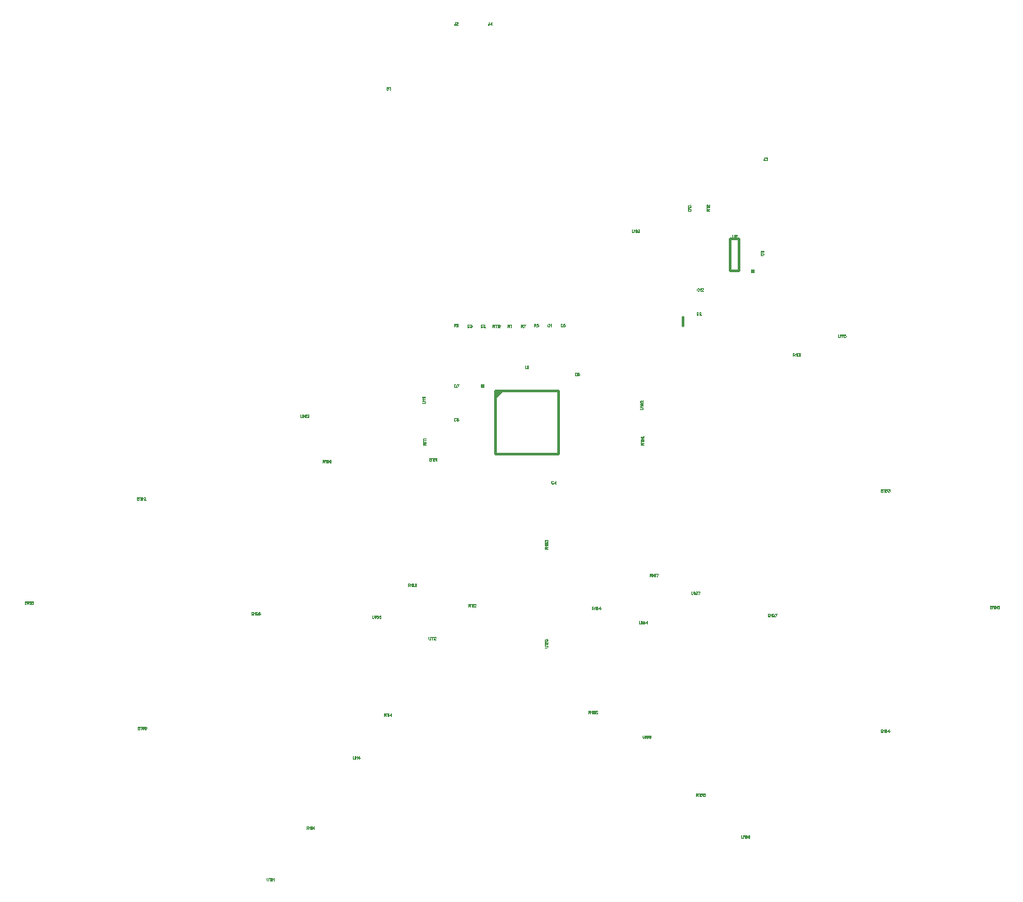
<source format=gbr>
%TF.GenerationSoftware,Novarm,DipTrace,3.0.0.2*%
%TF.CreationDate,2017-12-11T17:20:40+01:00*%
%FSLAX35Y35*%
%MOMM*%
%TF.FileFunction,Legend,Top*%
%TF.Part,Single*%
%ADD10C,0.25*%
%ADD37O,0.401X0.399*%
%ADD40O,0.39103X0.39118*%
%ADD77C,0.03922*%
G75*
G01*
%LPD*%
X7791683Y6850966D2*
D10*
Y6930966D1*
X6008303Y6226636D2*
X6608503D1*
Y5626636D1*
X6008303D1*
Y6226636D1*
G36*
D2*
Y6146636D1*
X6088403Y6226636D1*
X6008303D1*
G37*
D37*
X5888353Y6271686D3*
D40*
X8462618Y7361865D3*
X8325292Y7375231D2*
D10*
Y7675226D1*
X8245306Y7375231D2*
Y7675226D1*
X8325292D2*
X8245306D1*
X8325292Y7375231D2*
X8245306D1*
X4973725Y9120486D2*
D77*
Y9094964D1*
X4984675D1*
X4988325Y9096200D1*
X4989532Y9097407D1*
X4990739Y9099822D1*
Y9103472D1*
X4989532Y9105914D1*
X4988325Y9107122D1*
X4984675Y9108329D1*
X4988325Y9109564D1*
X4989532Y9110772D1*
X4990739Y9113186D1*
Y9115629D1*
X4989532Y9118044D1*
X4988325Y9119279D1*
X4984675Y9120486D1*
X4973725D1*
Y9108329D2*
X4984675D1*
X4998583Y9115601D2*
X5001025Y9116836D1*
X5004675Y9120458D1*
Y9094964D1*
X5381971Y5588445D2*
Y5562923D1*
X5392921D1*
X5396571Y5564158D1*
X5397779Y5565365D1*
X5398986Y5567780D1*
Y5571430D1*
X5397779Y5573873D1*
X5396571Y5575080D1*
X5392921Y5576287D1*
X5396571Y5577523D1*
X5397779Y5578730D1*
X5398986Y5581145D1*
Y5583587D1*
X5397779Y5586002D1*
X5396571Y5587237D1*
X5392921Y5588445D1*
X5381971D1*
Y5576287D2*
X5392921D1*
X5406829Y5583559D2*
X5409272Y5584795D1*
X5412922Y5588416D1*
Y5562923D1*
X5428065Y5588416D2*
X5424415Y5587209D1*
X5421972Y5583559D1*
X5420765Y5577495D1*
Y5573845D1*
X5421972Y5567780D1*
X5424415Y5564130D1*
X5428065Y5562923D1*
X5430480D1*
X5434130Y5564130D1*
X5436544Y5567780D1*
X5437780Y5573845D1*
Y5577495D1*
X5436544Y5583559D1*
X5434130Y5587209D1*
X5430480Y5588416D1*
X5428065D1*
X5436544Y5583559D2*
X5421972Y5567780D1*
X5445623Y5583559D2*
X5448065Y5584795D1*
X5451715Y5588416D1*
Y5562923D1*
X2595667Y5216220D2*
Y5190698D1*
X2606617D1*
X2610267Y5191933D1*
X2611474Y5193140D1*
X2612682Y5195555D1*
Y5199205D1*
X2611474Y5201648D1*
X2610267Y5202855D1*
X2606617Y5204062D1*
X2610267Y5205298D1*
X2611474Y5206505D1*
X2612682Y5208920D1*
Y5211362D1*
X2611474Y5213777D1*
X2610267Y5215012D1*
X2606617Y5216220D1*
X2595667D1*
Y5204062D2*
X2606617D1*
X2620525Y5211334D2*
X2622967Y5212570D1*
X2626617Y5216191D1*
Y5190698D1*
X2641761Y5216191D2*
X2638111Y5214984D1*
X2635668Y5211334D1*
X2634461Y5205270D1*
Y5201620D1*
X2635668Y5195555D1*
X2638111Y5191905D1*
X2641761Y5190698D1*
X2644175D1*
X2647825Y5191905D1*
X2650240Y5195555D1*
X2651475Y5201620D1*
Y5205270D1*
X2650240Y5211334D1*
X2647825Y5214984D1*
X2644175Y5216191D1*
X2641761D1*
X2650240Y5211334D2*
X2635668Y5195555D1*
X2660554Y5210127D2*
Y5211334D1*
X2661761Y5213777D1*
X2662968Y5214984D1*
X2665411Y5216191D1*
X2670268D1*
X2672683Y5214984D1*
X2673890Y5213777D1*
X2675126Y5211334D1*
Y5208920D1*
X2673890Y5206477D1*
X2671476Y5202855D1*
X2659318Y5190698D1*
X2676333D1*
X9683167Y5292220D2*
Y5266698D1*
X9694117D1*
X9697767Y5267933D1*
X9698974Y5269140D1*
X9700182Y5271555D1*
Y5275205D1*
X9698974Y5277648D1*
X9697767Y5278855D1*
X9694117Y5280062D1*
X9697767Y5281298D1*
X9698974Y5282505D1*
X9700182Y5284920D1*
Y5287362D1*
X9698974Y5289777D1*
X9697767Y5291012D1*
X9694117Y5292220D1*
X9683167D1*
Y5280062D2*
X9694117D1*
X9708025Y5287334D2*
X9710467Y5288570D1*
X9714117Y5292191D1*
Y5266698D1*
X9729261Y5292191D2*
X9725611Y5290984D1*
X9723168Y5287334D1*
X9721961Y5281270D1*
Y5277620D1*
X9723168Y5271555D1*
X9725611Y5267905D1*
X9729261Y5266698D1*
X9731675D1*
X9735325Y5267905D1*
X9737740Y5271555D1*
X9738975Y5277620D1*
Y5281270D1*
X9737740Y5287334D1*
X9735325Y5290984D1*
X9731675Y5292191D1*
X9729261D1*
X9737740Y5287334D2*
X9723168Y5271555D1*
X9749261Y5292191D2*
X9762598D1*
X9755326Y5282477D1*
X9758976D1*
X9761390Y5281270D1*
X9762598Y5280062D1*
X9763833Y5276412D1*
Y5273998D1*
X9762598Y5270348D1*
X9760183Y5267905D1*
X9756533Y5266698D1*
X9752883D1*
X9749261Y5267905D1*
X9748054Y5269140D1*
X9746818Y5271555D1*
X9680707Y3002970D2*
Y2977448D1*
X9691657D1*
X9695307Y2978683D1*
X9696514Y2979890D1*
X9697721Y2982305D1*
Y2985955D1*
X9696514Y2988398D1*
X9695307Y2989605D1*
X9691657Y2990812D1*
X9695307Y2992048D1*
X9696514Y2993255D1*
X9697721Y2995670D1*
Y2998112D1*
X9696514Y3000527D1*
X9695307Y3001762D1*
X9691657Y3002970D1*
X9680707D1*
Y2990812D2*
X9691657D1*
X9705564Y2998084D2*
X9708007Y2999320D1*
X9711657Y3002941D1*
Y2977448D1*
X9726800Y3002941D2*
X9723150Y3001734D1*
X9720708Y2998084D1*
X9719500Y2992020D1*
Y2988370D1*
X9720708Y2982305D1*
X9723150Y2978655D1*
X9726800Y2977448D1*
X9729215D1*
X9732865Y2978655D1*
X9735280Y2982305D1*
X9736515Y2988370D1*
Y2992020D1*
X9735280Y2998084D1*
X9732865Y3001734D1*
X9729215Y3002941D1*
X9726800D1*
X9735280Y2998084D2*
X9720708Y2982305D1*
X9756515Y2977448D2*
Y3002941D1*
X9744358Y2985955D1*
X9762580D1*
X1525667Y4225506D2*
Y4199984D1*
X1536617D1*
X1540267Y4201220D1*
X1541474Y4202427D1*
X1542682Y4204842D1*
Y4208492D1*
X1541474Y4210934D1*
X1540267Y4212142D1*
X1536617Y4213349D1*
X1540267Y4214584D1*
X1541474Y4215792D1*
X1542682Y4218206D1*
Y4220649D1*
X1541474Y4223064D1*
X1540267Y4224299D1*
X1536617Y4225506D1*
X1525667D1*
Y4213349D2*
X1536617D1*
X1550525Y4220621D2*
X1552967Y4221856D1*
X1556617Y4225478D1*
Y4199984D1*
X1571761Y4225478D2*
X1568111Y4224271D1*
X1565668Y4220621D1*
X1564461Y4214556D1*
Y4210906D1*
X1565668Y4204842D1*
X1568111Y4201192D1*
X1571761Y4199984D1*
X1574175D1*
X1577825Y4201192D1*
X1580240Y4204842D1*
X1581475Y4210906D1*
Y4214556D1*
X1580240Y4220621D1*
X1577825Y4224271D1*
X1574175Y4225478D1*
X1571761D1*
X1580240Y4220621D2*
X1565668Y4204842D1*
X1603890Y4225478D2*
X1591761D1*
X1590554Y4214556D1*
X1591761Y4215764D1*
X1595411Y4216999D1*
X1599033D1*
X1602683Y4215764D1*
X1605126Y4213349D1*
X1606333Y4209699D1*
Y4207284D1*
X1605126Y4203634D1*
X1602683Y4201192D1*
X1599033Y4199984D1*
X1595411D1*
X1591761Y4201192D1*
X1590554Y4202427D1*
X1589318Y4204842D1*
X3688641Y4120470D2*
Y4094948D1*
X3699591D1*
X3703241Y4096183D1*
X3704449Y4097390D1*
X3705656Y4099805D1*
Y4103455D1*
X3704449Y4105898D1*
X3703241Y4107105D1*
X3699591Y4108312D1*
X3703241Y4109548D1*
X3704449Y4110755D1*
X3705656Y4113170D1*
Y4115612D1*
X3704449Y4118027D1*
X3703241Y4119262D1*
X3699591Y4120470D1*
X3688641D1*
Y4108312D2*
X3699591D1*
X3713499Y4115584D2*
X3715942Y4116820D1*
X3719592Y4120441D1*
Y4094948D1*
X3734735Y4120441D2*
X3731085Y4119234D1*
X3728642Y4115584D1*
X3727435Y4109520D1*
Y4105870D1*
X3728642Y4099805D1*
X3731085Y4096155D1*
X3734735Y4094948D1*
X3737150D1*
X3740800Y4096155D1*
X3743214Y4099805D1*
X3744450Y4105870D1*
Y4109520D1*
X3743214Y4115584D1*
X3740800Y4119234D1*
X3737150Y4120441D1*
X3734735D1*
X3743214Y4115584D2*
X3728642Y4099805D1*
X3766865Y4116820D2*
X3765657Y4119234D1*
X3762007Y4120441D1*
X3759593D1*
X3755943Y4119234D1*
X3753500Y4115584D1*
X3752293Y4109520D1*
Y4103455D1*
X3753500Y4098598D1*
X3755943Y4096155D1*
X3759593Y4094948D1*
X3760800D1*
X3764422Y4096155D1*
X3766865Y4098598D1*
X3768072Y4102248D1*
Y4103455D1*
X3766865Y4107105D1*
X3764422Y4109520D1*
X3760800Y4110727D1*
X3759593D1*
X3755943Y4109520D1*
X3753500Y4107105D1*
X3752293Y4103455D1*
X8607810Y4102970D2*
Y4077448D1*
X8618760D1*
X8622410Y4078683D1*
X8623618Y4079890D1*
X8624825Y4082305D1*
Y4085955D1*
X8623618Y4088398D1*
X8622410Y4089605D1*
X8618760Y4090812D1*
X8622410Y4092048D1*
X8623618Y4093255D1*
X8624825Y4095670D1*
Y4098112D1*
X8623618Y4100527D1*
X8622410Y4101762D1*
X8618760Y4102970D1*
X8607810D1*
Y4090812D2*
X8618760D1*
X8632668Y4098084D2*
X8635111Y4099320D1*
X8638761Y4102941D1*
Y4077448D1*
X8653904Y4102941D2*
X8650254Y4101734D1*
X8647811Y4098084D1*
X8646604Y4092020D1*
Y4088370D1*
X8647811Y4082305D1*
X8650254Y4078655D1*
X8653904Y4077448D1*
X8656319D1*
X8659969Y4078655D1*
X8662383Y4082305D1*
X8663619Y4088370D1*
Y4092020D1*
X8662383Y4098084D1*
X8659969Y4101734D1*
X8656319Y4102941D1*
X8653904D1*
X8662383Y4098084D2*
X8647811Y4082305D1*
X8676319Y4077448D2*
X8688476Y4102941D1*
X8671462D1*
X10725681Y4180506D2*
Y4154984D1*
X10736631D1*
X10740281Y4156220D1*
X10741488Y4157427D1*
X10742696Y4159842D1*
Y4163492D1*
X10741488Y4165934D1*
X10740281Y4167142D1*
X10736631Y4168349D1*
X10740281Y4169584D1*
X10741488Y4170792D1*
X10742696Y4173206D1*
Y4175649D1*
X10741488Y4178064D1*
X10740281Y4179299D1*
X10736631Y4180506D1*
X10725681D1*
Y4168349D2*
X10736631D1*
X10750539Y4175621D2*
X10752982Y4176856D1*
X10756632Y4180478D1*
Y4154984D1*
X10771775Y4180478D2*
X10768125Y4179271D1*
X10765682Y4175621D1*
X10764475Y4169556D1*
Y4165906D1*
X10765682Y4159842D1*
X10768125Y4156192D1*
X10771775Y4154984D1*
X10774189D1*
X10777839Y4156192D1*
X10780254Y4159842D1*
X10781489Y4165906D1*
Y4169556D1*
X10780254Y4175621D1*
X10777839Y4179271D1*
X10774189Y4180478D1*
X10771775D1*
X10780254Y4175621D2*
X10765682Y4159842D1*
X10795397Y4180478D2*
X10791775Y4179271D1*
X10790540Y4176856D1*
Y4174414D1*
X10791775Y4171999D1*
X10794190Y4170764D1*
X10799047Y4169556D1*
X10802697Y4168349D1*
X10805112Y4165906D1*
X10806319Y4163492D1*
Y4159842D1*
X10805112Y4157427D1*
X10803904Y4156192D1*
X10800254Y4154984D1*
X10795397D1*
X10791775Y4156192D1*
X10790540Y4157427D1*
X10789332Y4159842D1*
Y4163492D1*
X10790540Y4165906D1*
X10792982Y4168349D1*
X10796604Y4169556D1*
X10801462Y4170764D1*
X10803904Y4171999D1*
X10805112Y4174414D1*
Y4176856D1*
X10803904Y4179271D1*
X10800254Y4180478D1*
X10795397D1*
X2605627Y3032970D2*
Y3007448D1*
X2616577D1*
X2620227Y3008683D1*
X2621435Y3009890D1*
X2622642Y3012305D1*
Y3015955D1*
X2621435Y3018398D1*
X2620227Y3019605D1*
X2616577Y3020812D1*
X2620227Y3022048D1*
X2621435Y3023255D1*
X2622642Y3025670D1*
Y3028112D1*
X2621435Y3030527D1*
X2620227Y3031762D1*
X2616577Y3032970D1*
X2605627D1*
Y3020812D2*
X2616577D1*
X2630485Y3028084D2*
X2632928Y3029320D1*
X2636578Y3032941D1*
Y3007448D1*
X2651721Y3032941D2*
X2648071Y3031734D1*
X2645628Y3028084D1*
X2644421Y3022020D1*
Y3018370D1*
X2645628Y3012305D1*
X2648071Y3008655D1*
X2651721Y3007448D1*
X2654136D1*
X2657786Y3008655D1*
X2660200Y3012305D1*
X2661436Y3018370D1*
Y3022020D1*
X2660200Y3028084D1*
X2657786Y3031734D1*
X2654136Y3032941D1*
X2651721D1*
X2660200Y3028084D2*
X2645628Y3012305D1*
X2685086Y3024462D2*
X2683851Y3020812D1*
X2681436Y3018370D1*
X2677786Y3017162D1*
X2676579D1*
X2672929Y3018370D1*
X2670514Y3020812D1*
X2669279Y3024462D1*
Y3025670D1*
X2670514Y3029320D1*
X2672929Y3031734D1*
X2676579Y3032941D1*
X2677786D1*
X2681436Y3031734D1*
X2683851Y3029320D1*
X2685086Y3024462D1*
Y3018370D1*
X2683851Y3012305D1*
X2681436Y3008655D1*
X2677786Y3007448D1*
X2675371D1*
X2671721Y3008655D1*
X2670514Y3011098D1*
X6526643Y6856905D2*
X6525436Y6859320D1*
X6522993Y6861762D1*
X6520578Y6862970D1*
X6515721D1*
X6513278Y6861762D1*
X6510864Y6859320D1*
X6509628Y6856905D1*
X6508421Y6853255D1*
Y6847162D1*
X6509628Y6843540D1*
X6510864Y6841098D1*
X6513278Y6838683D1*
X6515721Y6837448D1*
X6520578D1*
X6522993Y6838683D1*
X6525436Y6841098D1*
X6526643Y6843540D1*
X6534486Y6858084D2*
X6536929Y6859320D1*
X6540579Y6862941D1*
Y6837448D1*
X5886182Y6853955D2*
X5884975Y6856370D1*
X5882532Y6858812D1*
X5880117Y6860020D1*
X5875260D1*
X5872817Y6858812D1*
X5870403Y6856370D1*
X5869167Y6853955D1*
X5867960Y6850305D1*
Y6844212D1*
X5869167Y6840590D1*
X5870403Y6838148D1*
X5872817Y6835733D1*
X5875260Y6834498D1*
X5880117D1*
X5882532Y6835733D1*
X5884975Y6838148D1*
X5886182Y6840590D1*
X5895261Y6853927D2*
Y6855134D1*
X5896468Y6857577D1*
X5897675Y6858784D1*
X5900118Y6859991D1*
X5904975D1*
X5907390Y6858784D1*
X5908597Y6857577D1*
X5909833Y6855134D1*
Y6852720D1*
X5908597Y6850277D1*
X5906183Y6846655D1*
X5894025Y6834498D1*
X5911040D1*
X5759182Y6853955D2*
X5757975Y6856370D1*
X5755532Y6858812D1*
X5753117Y6860020D1*
X5748260D1*
X5745817Y6858812D1*
X5743403Y6856370D1*
X5742167Y6853955D1*
X5740960Y6850305D1*
Y6844212D1*
X5742167Y6840590D1*
X5743403Y6838148D1*
X5745817Y6835733D1*
X5748260Y6834498D1*
X5753117D1*
X5755532Y6835733D1*
X5757975Y6838148D1*
X5759182Y6840590D1*
X5769468Y6859991D2*
X5782804D1*
X5775533Y6850277D1*
X5779183D1*
X5781597Y6849070D1*
X5782804Y6847862D1*
X5784040Y6844212D1*
Y6841798D1*
X5782804Y6838148D1*
X5780390Y6835705D1*
X5776740Y6834498D1*
X5773090D1*
X5769468Y6835705D1*
X5768261Y6836940D1*
X5767025Y6839355D1*
X6560935Y5362182D2*
X6559728Y5364596D1*
X6557285Y5367039D1*
X6554870Y5368246D1*
X6550013D1*
X6547570Y5367039D1*
X6545156Y5364596D1*
X6543920Y5362182D1*
X6542713Y5358532D1*
Y5352439D1*
X6543920Y5348817D1*
X6545156Y5346374D1*
X6547570Y5343960D1*
X6550013Y5342724D1*
X6554870D1*
X6557285Y5343960D1*
X6559728Y5346374D1*
X6560935Y5348817D1*
X6580936Y5342724D2*
Y5368218D1*
X6568778Y5351232D1*
X6587000D1*
X6648182Y6857705D2*
X6646975Y6860120D1*
X6644532Y6862562D1*
X6642117Y6863770D1*
X6637260D1*
X6634817Y6862562D1*
X6632403Y6860120D1*
X6631167Y6857705D1*
X6629960Y6854055D1*
Y6847962D1*
X6631167Y6844340D1*
X6632403Y6841898D1*
X6634817Y6839483D1*
X6637260Y6838248D1*
X6642117D1*
X6644532Y6839483D1*
X6646975Y6841898D1*
X6648182Y6844340D1*
X6670597Y6863741D2*
X6658468D1*
X6657261Y6852820D1*
X6658468Y6854027D1*
X6662118Y6855262D1*
X6665740D1*
X6669390Y6854027D1*
X6671833Y6851612D1*
X6673040Y6847962D1*
Y6845548D1*
X6671833Y6841898D1*
X6669390Y6839455D1*
X6665740Y6838248D1*
X6662118D1*
X6658468Y6839455D1*
X6657261Y6840690D1*
X6656025Y6843105D1*
X6784023Y6392878D2*
X6782816Y6395293D1*
X6780373Y6397736D1*
X6777958Y6398943D1*
X6773101D1*
X6770658Y6397736D1*
X6768244Y6395293D1*
X6767008Y6392878D1*
X6765801Y6389228D1*
Y6383136D1*
X6767008Y6379514D1*
X6768244Y6377071D1*
X6770658Y6374656D1*
X6773101Y6373421D1*
X6777958D1*
X6780373Y6374656D1*
X6782816Y6377071D1*
X6784023Y6379514D1*
X6806438Y6395293D2*
X6805231Y6397707D1*
X6801581Y6398915D1*
X6799166D1*
X6795516Y6397707D1*
X6793074Y6394057D1*
X6791866Y6387993D1*
Y6381928D1*
X6793074Y6377071D1*
X6795516Y6374628D1*
X6799166Y6373421D1*
X6800374D1*
X6803995Y6374628D1*
X6806438Y6377071D1*
X6807645Y6380721D1*
Y6381928D1*
X6806438Y6385578D1*
X6803995Y6387993D1*
X6800374Y6389200D1*
X6799166D1*
X6795516Y6387993D1*
X6793074Y6385578D1*
X6791866Y6381928D1*
X5632182Y6281655D2*
X5630975Y6284070D1*
X5628532Y6286512D1*
X5626117Y6287720D1*
X5621260D1*
X5618817Y6286512D1*
X5616403Y6284070D1*
X5615167Y6281655D1*
X5613960Y6278005D1*
Y6271912D1*
X5615167Y6268290D1*
X5616403Y6265848D1*
X5618817Y6263433D1*
X5621260Y6262198D1*
X5626117D1*
X5628532Y6263433D1*
X5630975Y6265848D1*
X5632182Y6268290D1*
X5644883Y6262198D2*
X5657040Y6287691D1*
X5640025D1*
X5632196Y5964155D2*
X5630989Y5966570D1*
X5628546Y5969012D1*
X5626132Y5970220D1*
X5621274D1*
X5618832Y5969012D1*
X5616417Y5966570D1*
X5615182Y5964155D1*
X5613974Y5960505D1*
Y5954412D1*
X5615182Y5950790D1*
X5616417Y5948348D1*
X5618832Y5945933D1*
X5621274Y5944698D1*
X5626132D1*
X5628546Y5945933D1*
X5630989Y5948348D1*
X5632196Y5950790D1*
X5646104Y5970191D2*
X5642482Y5968984D1*
X5641247Y5966570D1*
Y5964127D1*
X5642482Y5961712D1*
X5644897Y5960477D1*
X5649754Y5959270D1*
X5653404Y5958062D1*
X5655818Y5955620D1*
X5657026Y5953205D1*
Y5949555D1*
X5655818Y5947140D1*
X5654611Y5945905D1*
X5650961Y5944698D1*
X5646104D1*
X5642482Y5945905D1*
X5641247Y5947140D1*
X5640039Y5949555D1*
Y5953205D1*
X5641247Y5955620D1*
X5643689Y5958062D1*
X5647311Y5959270D1*
X5652168Y5960477D1*
X5654611Y5961712D1*
X5655818Y5964127D1*
Y5966570D1*
X5654611Y5968984D1*
X5650961Y5970191D1*
X5646104D1*
X8543757Y7534651D2*
X8541343Y7533444D1*
X8538900Y7531001D1*
X8537693Y7528586D1*
Y7523729D1*
X8538900Y7521286D1*
X8541343Y7518872D1*
X8543757Y7517636D1*
X8547407Y7516429D1*
X8553500D1*
X8557122Y7517636D1*
X8559565Y7518872D1*
X8561979Y7521286D1*
X8563215Y7523729D1*
Y7528586D1*
X8561979Y7531001D1*
X8559565Y7533443D1*
X8557122Y7534651D1*
X8542578Y7542494D2*
X8541343Y7544937D1*
X8537721Y7548587D1*
X8563215D1*
X8542578Y7556430D2*
X8541343Y7558872D1*
X8537721Y7562522D1*
X8563215D1*
X7949871Y7197015D2*
X7948664Y7199430D1*
X7946221Y7201872D1*
X7943806Y7203080D1*
X7938949D1*
X7936506Y7201872D1*
X7934092Y7199430D1*
X7932856Y7197015D1*
X7931649Y7193365D1*
Y7187272D1*
X7932856Y7183650D1*
X7934092Y7181208D1*
X7936506Y7178793D1*
X7938949Y7177558D1*
X7943806D1*
X7946221Y7178793D1*
X7948664Y7181208D1*
X7949871Y7183650D1*
X7957714Y7198194D2*
X7960157Y7199430D1*
X7963807Y7203051D1*
Y7177558D1*
X7972885Y7196987D2*
Y7198194D1*
X7974092Y7200637D1*
X7975300Y7201844D1*
X7977742Y7203051D1*
X7982600D1*
X7985014Y7201844D1*
X7986222Y7200637D1*
X7987457Y7198194D1*
Y7195780D1*
X7986222Y7193337D1*
X7983807Y7189715D1*
X7971650Y7177558D1*
X7988664D1*
X7850317Y7956567D2*
X7847903Y7955359D1*
X7845460Y7952917D1*
X7844253Y7950502D1*
Y7945645D1*
X7845460Y7943202D1*
X7847903Y7940787D1*
X7850317Y7939552D1*
X7853967Y7938345D1*
X7860060D1*
X7863682Y7939552D1*
X7866125Y7940787D1*
X7868539Y7943202D1*
X7869775Y7945645D1*
Y7950502D1*
X7868539Y7952917D1*
X7866125Y7955359D1*
X7863682Y7956567D1*
X7849138Y7964410D2*
X7847903Y7966852D1*
X7844281Y7970502D1*
X7869775D1*
X7844281Y7980788D2*
Y7994125D1*
X7853996Y7986853D1*
Y7990503D1*
X7855203Y7992917D1*
X7856410Y7994125D1*
X7860060Y7995360D1*
X7862475D1*
X7866125Y7994125D1*
X7868567Y7991710D1*
X7869775Y7988060D1*
Y7984410D1*
X7868567Y7980788D1*
X7867332Y7979581D1*
X7864917Y7978345D1*
X7925747Y6978163D2*
Y6952641D1*
X7934254D1*
X7937904Y6953876D1*
X7940347Y6956291D1*
X7941554Y6958734D1*
X7942762Y6962356D1*
Y6968448D1*
X7941554Y6972098D1*
X7940347Y6974513D1*
X7937904Y6976956D1*
X7934254Y6978163D1*
X7925747D1*
X7951840Y6972070D2*
Y6973277D1*
X7953048Y6975720D1*
X7954255Y6976927D1*
X7956698Y6978135D1*
X7961555D1*
X7963970Y6976927D1*
X7965177Y6975720D1*
X7966412Y6973277D1*
Y6970863D1*
X7965177Y6968420D1*
X7962762Y6964798D1*
X7950605Y6952641D1*
X7967620D1*
X5625993Y9737813D2*
Y9718384D1*
X5624786Y9714734D1*
X5623550Y9713526D1*
X5621136Y9712291D1*
X5618693D1*
X5616278Y9713526D1*
X5615071Y9714734D1*
X5613836Y9718384D1*
Y9720798D1*
X5635072Y9731720D2*
Y9732927D1*
X5636279Y9735370D1*
X5637486Y9736577D1*
X5639929Y9737785D1*
X5644786D1*
X5647201Y9736577D1*
X5648408Y9735370D1*
X5649644Y9732927D1*
Y9730513D1*
X5648408Y9728070D1*
X5645994Y9724448D1*
X5633836Y9712291D1*
X5650851D1*
X8573950Y8447003D2*
Y8427574D1*
X8572742Y8423924D1*
X8571507Y8422716D1*
X8569092Y8421481D1*
X8566650D1*
X8564235Y8422716D1*
X8563028Y8423924D1*
X8561792Y8427574D1*
Y8429988D1*
X8584236Y8446975D2*
X8597572D1*
X8590300Y8437260D1*
X8593950D1*
X8596365Y8436053D1*
X8597572Y8434846D1*
X8598808Y8431196D1*
Y8428781D1*
X8597572Y8425131D1*
X8595158Y8422688D1*
X8591508Y8421481D1*
X8587858D1*
X8584236Y8422688D1*
X8583028Y8423924D1*
X8581793Y8426338D1*
X5949993Y9737813D2*
Y9718384D1*
X5948785Y9714734D1*
X5947550Y9713526D1*
X5945135Y9712291D1*
X5942693D1*
X5940278Y9713526D1*
X5939071Y9714734D1*
X5937835Y9718384D1*
Y9720798D1*
X5969993Y9712291D2*
Y9737785D1*
X5957836Y9720798D1*
X5976058D1*
X6128025Y6847062D2*
X6138947D1*
X6142597Y6848298D1*
X6143832Y6849505D1*
X6145039Y6851920D1*
Y6854362D1*
X6143832Y6856777D1*
X6142597Y6858012D1*
X6138947Y6859220D1*
X6128025D1*
Y6833698D1*
X6136532Y6847062D2*
X6145039Y6833698D1*
X6152883Y6854334D2*
X6155325Y6855570D1*
X6158975Y6859191D1*
Y6833698D1*
X6376564Y6850812D2*
X6387486D1*
X6391136Y6852048D1*
X6392371Y6853255D1*
X6393578Y6855670D1*
Y6858112D1*
X6392371Y6860527D1*
X6391136Y6861762D1*
X6387486Y6862970D1*
X6376564D1*
Y6837448D1*
X6385071Y6850812D2*
X6393578Y6837448D1*
X6415993Y6862941D2*
X6403864D1*
X6402657Y6852020D1*
X6403864Y6853227D1*
X6407514Y6854462D1*
X6411136D1*
X6414786Y6853227D1*
X6417229Y6850812D1*
X6418436Y6847162D1*
Y6844748D1*
X6417229Y6841098D1*
X6414786Y6838655D1*
X6411136Y6837448D1*
X6407514D1*
X6403864Y6838655D1*
X6402657Y6839890D1*
X6401422Y6842305D1*
X5615182Y6851612D2*
X5626103D1*
X5629753Y6852848D1*
X5630989Y6854055D1*
X5632196Y6856470D1*
Y6858912D1*
X5630989Y6861327D1*
X5629753Y6862562D1*
X5626103Y6863770D1*
X5615182D1*
Y6838248D1*
X5623689Y6851612D2*
X5632196Y6838248D1*
X5654611Y6860120D2*
X5653404Y6862534D1*
X5649754Y6863741D1*
X5647339D1*
X5643689Y6862534D1*
X5641247Y6858884D1*
X5640039Y6852820D1*
Y6846755D1*
X5641247Y6841898D1*
X5643689Y6839455D1*
X5647339Y6838248D1*
X5648547D1*
X5652168Y6839455D1*
X5654611Y6841898D1*
X5655818Y6845548D1*
Y6846755D1*
X5654611Y6850405D1*
X5652168Y6852820D1*
X5648547Y6854027D1*
X5647339D1*
X5643689Y6852820D1*
X5641247Y6850405D1*
X5640039Y6846755D1*
X6249564Y6847062D2*
X6260486D1*
X6264136Y6848298D1*
X6265371Y6849505D1*
X6266578Y6851920D1*
Y6854362D1*
X6265371Y6856777D1*
X6264136Y6858012D1*
X6260486Y6859220D1*
X6249564D1*
Y6833698D1*
X6258071Y6847062D2*
X6266578Y6833698D1*
X6279279D2*
X6291436Y6859191D1*
X6274422D1*
X8033820Y7942342D2*
Y7953264D1*
X8032585Y7956914D1*
X8031377Y7958149D1*
X8028963Y7959356D1*
X8026520D1*
X8024105Y7958149D1*
X8022870Y7956914D1*
X8021663Y7953264D1*
Y7942342D1*
X8047185D1*
X8033820Y7950849D2*
X8047185Y7959356D1*
X8026548Y7967199D2*
X8025313Y7969642D1*
X8021691Y7973292D1*
X8047185D1*
X8027756Y7982371D2*
X8026548D1*
X8024106Y7983578D1*
X8022898Y7984785D1*
X8021691Y7987228D1*
Y7992085D1*
X8022898Y7994500D1*
X8024106Y7995707D1*
X8026548Y7996942D1*
X8028963D1*
X8031405Y7995707D1*
X8035027Y7993292D1*
X8047185Y7981135D1*
Y7998150D1*
X4212135Y2066266D2*
X4223057D1*
X4226707Y2067501D1*
X4227942Y2068708D1*
X4229149Y2071123D1*
Y2073566D1*
X4227942Y2075980D1*
X4226707Y2077216D1*
X4223057Y2078423D1*
X4212135D1*
Y2052901D1*
X4220642Y2066266D2*
X4229149Y2052901D1*
X4236992Y2073537D2*
X4239435Y2074773D1*
X4243085Y2078395D1*
Y2052901D1*
X4258228Y2078395D2*
X4254578Y2077187D1*
X4252136Y2073537D1*
X4250928Y2067473D1*
Y2063823D1*
X4252136Y2057758D1*
X4254578Y2054108D1*
X4258228Y2052901D1*
X4260643D1*
X4264293Y2054108D1*
X4266707Y2057758D1*
X4267943Y2063823D1*
Y2067473D1*
X4266707Y2073537D1*
X4264293Y2077187D1*
X4260643Y2078395D1*
X4258228D1*
X4266707Y2073537D2*
X4252136Y2057758D1*
X4275786Y2073537D2*
X4278229Y2074773D1*
X4281879Y2078395D1*
Y2052901D1*
X7407373Y5713570D2*
Y5724491D1*
X7406138Y5728141D1*
X7404931Y5729377D1*
X7402516Y5730584D1*
X7400073D1*
X7397659Y5729377D1*
X7396423Y5728141D1*
X7395216Y5724491D1*
Y5713570D1*
X7420738D1*
X7407373Y5722077D2*
X7420738Y5730584D1*
X7400102Y5738427D2*
X7398866Y5740870D1*
X7395244Y5744520D1*
X7420738D1*
X7395244Y5759663D2*
X7396452Y5756013D1*
X7400102Y5753570D1*
X7406166Y5752363D1*
X7409816D1*
X7415881Y5753570D1*
X7419531Y5756013D1*
X7420738Y5759663D1*
Y5762077D1*
X7419531Y5765727D1*
X7415881Y5768142D1*
X7409816Y5769377D1*
X7406166D1*
X7400102Y5768142D1*
X7396452Y5765728D1*
X7395244Y5762078D1*
Y5759663D1*
X7400102Y5768142D2*
X7415881Y5753570D1*
X7401309Y5778456D2*
X7400102D1*
X7397659Y5779663D1*
X7396452Y5780871D1*
X7395244Y5783313D1*
Y5788171D1*
X7396452Y5790585D1*
X7397659Y5791793D1*
X7400102Y5793028D1*
X7402516D1*
X7404959Y5791793D1*
X7408581Y5789378D1*
X7420738Y5777221D1*
Y5794235D1*
X6493877Y4726556D2*
Y4737478D1*
X6492641Y4741128D1*
X6491434Y4742363D1*
X6489019Y4743571D1*
X6486577D1*
X6484162Y4742363D1*
X6482927Y4741128D1*
X6481719Y4737478D1*
Y4726556D1*
X6507241D1*
X6493877Y4735064D2*
X6507241Y4743571D1*
X6486605Y4751414D2*
X6485370Y4753857D1*
X6481748Y4757507D1*
X6507241Y4757506D1*
X6481748Y4772650D2*
X6482955Y4769000D1*
X6486605Y4766557D1*
X6492669Y4765350D1*
X6496319D1*
X6502384Y4766557D1*
X6506034Y4769000D1*
X6507241Y4772650D1*
Y4775064D1*
X6506034Y4778714D1*
X6502384Y4781129D1*
X6496319Y4782364D1*
X6492669D1*
X6486605Y4781129D1*
X6482955Y4778714D1*
X6481748Y4775064D1*
Y4772650D1*
X6486605Y4781129D2*
X6502384Y4766557D1*
X6481748Y4792650D2*
Y4805987D1*
X6491462Y4798715D1*
Y4802365D1*
X6492669Y4804779D1*
X6493877Y4805986D1*
X6497527Y4807222D1*
X6499941D1*
X6503591Y4805986D1*
X6506034Y4803572D1*
X6507241Y4799922D1*
Y4796272D1*
X6506034Y4792650D1*
X6504799Y4791443D1*
X6502384Y4790207D1*
X6929363Y4156821D2*
X6940285D1*
X6943935Y4158056D1*
X6945171Y4159263D1*
X6946378Y4161678D1*
Y4164121D1*
X6945171Y4166535D1*
X6943935Y4167771D1*
X6940285Y4168978D1*
X6929363D1*
Y4143456D1*
X6937871Y4156821D2*
X6946378Y4143456D1*
X6954221Y4164092D2*
X6956664Y4165328D1*
X6960314Y4168950D1*
Y4143456D1*
X6975457Y4168950D2*
X6971807Y4167742D1*
X6969364Y4164092D1*
X6968157Y4158028D1*
Y4154378D1*
X6969364Y4148313D1*
X6971807Y4144663D1*
X6975457Y4143456D1*
X6977872D1*
X6981522Y4144663D1*
X6983936Y4148313D1*
X6985172Y4154378D1*
Y4158028D1*
X6983936Y4164092D1*
X6981522Y4167742D1*
X6977872Y4168950D1*
X6975457D1*
X6983936Y4164092D2*
X6969364Y4148313D1*
X7005172Y4143456D2*
Y4168950D1*
X6993015Y4151963D1*
X7011237D1*
X5176917Y4377619D2*
X5187839D1*
X5191489Y4378854D1*
X5192724Y4380062D1*
X5193932Y4382476D1*
Y4384919D1*
X5192724Y4387334D1*
X5191489Y4388569D1*
X5187839Y4389776D1*
X5176917D1*
Y4364254D1*
X5185424Y4377619D2*
X5193932Y4364254D1*
X5201775Y4384891D2*
X5204217Y4386126D1*
X5207867Y4389748D1*
Y4364254D1*
X5223011Y4389748D2*
X5219361Y4388541D1*
X5216918Y4384891D1*
X5215711Y4378826D1*
Y4375176D1*
X5216918Y4369112D1*
X5219361Y4365462D1*
X5223011Y4364254D1*
X5225425D1*
X5229075Y4365462D1*
X5231490Y4369112D1*
X5232725Y4375176D1*
Y4378826D1*
X5231490Y4384891D1*
X5229075Y4388541D1*
X5225425Y4389748D1*
X5223011D1*
X5231490Y4384891D2*
X5216918Y4369112D1*
X5255140Y4389748D2*
X5243011D1*
X5241804Y4378826D1*
X5243011Y4380034D1*
X5246661Y4381269D1*
X5250283D1*
X5253933Y4380034D1*
X5256376Y4377619D1*
X5257583Y4373969D1*
Y4371554D1*
X5256376Y4367904D1*
X5253933Y4365462D1*
X5250283Y4364254D1*
X5246661D1*
X5243011Y4365462D1*
X5241804Y4366697D1*
X5240568Y4369112D1*
X6900585Y3169821D2*
X6911507D1*
X6915157Y3171056D1*
X6916392Y3172263D1*
X6917599Y3174678D1*
Y3177121D1*
X6916392Y3179535D1*
X6915157Y3180771D1*
X6911507Y3181978D1*
X6900585D1*
Y3156456D1*
X6909092Y3169821D2*
X6917599Y3156456D1*
X6925442Y3177092D2*
X6927885Y3178328D1*
X6931535Y3181950D1*
Y3156456D1*
X6946678Y3181950D2*
X6943028Y3180742D1*
X6940586Y3177092D1*
X6939378Y3171028D1*
Y3167378D1*
X6940586Y3161313D1*
X6943028Y3157663D1*
X6946678Y3156456D1*
X6949093D1*
X6952743Y3157663D1*
X6955158Y3161313D1*
X6956393Y3167378D1*
Y3171028D1*
X6955158Y3177092D1*
X6952743Y3180742D1*
X6949093Y3181950D1*
X6946678D1*
X6955158Y3177092D2*
X6940586Y3161313D1*
X6978808Y3178328D2*
X6977601Y3180742D1*
X6973951Y3181950D1*
X6971536D1*
X6967886Y3180742D1*
X6965443Y3177092D1*
X6964236Y3171028D1*
Y3164963D1*
X6965443Y3160106D1*
X6967886Y3157663D1*
X6971536Y3156456D1*
X6972743D1*
X6976365Y3157663D1*
X6978808Y3160106D1*
X6980015Y3163756D1*
Y3164963D1*
X6978808Y3168613D1*
X6976365Y3171028D1*
X6972743Y3172235D1*
X6971536D1*
X6967886Y3171028D1*
X6965443Y3168613D1*
X6964236Y3164963D1*
X7478967Y4474821D2*
X7489889D1*
X7493539Y4476056D1*
X7494774Y4477263D1*
X7495982Y4479678D1*
Y4482121D1*
X7494774Y4484535D1*
X7493539Y4485771D1*
X7489889Y4486978D1*
X7478967D1*
Y4461456D1*
X7487474Y4474821D2*
X7495982Y4461456D1*
X7503825Y4482092D2*
X7506267Y4483328D1*
X7509917Y4486950D1*
Y4461456D1*
X7525061Y4486950D2*
X7521411Y4485742D1*
X7518968Y4482092D1*
X7517761Y4476028D1*
Y4472378D1*
X7518968Y4466313D1*
X7521411Y4462663D1*
X7525061Y4461456D1*
X7527475D1*
X7531125Y4462663D1*
X7533540Y4466313D1*
X7534775Y4472378D1*
Y4476028D1*
X7533540Y4482092D1*
X7531125Y4485742D1*
X7527475Y4486950D1*
X7525061D1*
X7533540Y4482092D2*
X7518968Y4466313D1*
X7547476Y4461456D2*
X7559633Y4486950D1*
X7542618D1*
X7923774Y2384504D2*
X7934696D1*
X7938346Y2385739D1*
X7939582Y2386947D1*
X7940789Y2389361D1*
Y2391804D1*
X7939582Y2394219D1*
X7938346Y2395454D1*
X7934696Y2396661D1*
X7923774D1*
Y2371139D1*
X7932282Y2384504D2*
X7940789Y2371139D1*
X7948632Y2391776D2*
X7951075Y2393011D1*
X7954725Y2396633D1*
Y2371139D1*
X7969868Y2396633D2*
X7966218Y2395426D1*
X7963775Y2391776D1*
X7962568Y2385711D1*
Y2382061D1*
X7963775Y2375997D1*
X7966218Y2372347D1*
X7969868Y2371139D1*
X7972283D1*
X7975933Y2372347D1*
X7978347Y2375997D1*
X7979583Y2382061D1*
Y2385711D1*
X7978347Y2391776D1*
X7975933Y2395426D1*
X7972283Y2396633D1*
X7969868D1*
X7978347Y2391776D2*
X7963775Y2375997D1*
X7993490Y2396633D2*
X7989868Y2395426D1*
X7988633Y2393011D1*
Y2390569D1*
X7989868Y2388154D1*
X7992283Y2386919D1*
X7997140Y2385711D1*
X8000790Y2384504D1*
X8003205Y2382061D1*
X8004412Y2379647D1*
Y2375997D1*
X8003205Y2373582D1*
X8001998Y2372347D1*
X7998348Y2371139D1*
X7993490D1*
X7989868Y2372347D1*
X7988633Y2373582D1*
X7987426Y2375997D1*
Y2379647D1*
X7988633Y2382061D1*
X7991076Y2384504D1*
X7994698Y2385711D1*
X7999555Y2386919D1*
X8001998Y2388154D1*
X8003205Y2390569D1*
Y2393011D1*
X8001998Y2395426D1*
X7998348Y2396633D1*
X7993490D1*
X4364651Y5557517D2*
X4375573D1*
X4379223Y5558753D1*
X4380458Y5559960D1*
X4381665Y5562375D1*
Y5564817D1*
X4380458Y5567232D1*
X4379223Y5568467D1*
X4375573Y5569675D1*
X4364651D1*
Y5544153D1*
X4373158Y5557517D2*
X4381665Y5544153D1*
X4389508Y5564789D2*
X4391951Y5566025D1*
X4395601Y5569646D1*
Y5544153D1*
X4410744Y5569646D2*
X4407094Y5568439D1*
X4404652Y5564789D1*
X4403444Y5558725D1*
Y5555075D1*
X4404652Y5549010D1*
X4407094Y5545360D1*
X4410744Y5544153D1*
X4413159D1*
X4416809Y5545360D1*
X4419223Y5549010D1*
X4420459Y5555075D1*
Y5558725D1*
X4419223Y5564789D1*
X4416809Y5568439D1*
X4413159Y5569646D1*
X4410744D1*
X4419223Y5564789D2*
X4404652Y5549010D1*
X4444109Y5561167D2*
X4442874Y5557517D1*
X4440459Y5555075D1*
X4436809Y5553867D1*
X4435602D1*
X4431952Y5555075D1*
X4429537Y5557517D1*
X4428302Y5561167D1*
Y5562375D1*
X4429537Y5566025D1*
X4431952Y5568439D1*
X4435602Y5569646D1*
X4436809D1*
X4440459Y5568439D1*
X4442874Y5566025D1*
X4444109Y5561167D1*
Y5555075D1*
X4442874Y5549010D1*
X4440459Y5545360D1*
X4436809Y5544153D1*
X4434395D1*
X4430745Y5545360D1*
X4429537Y5547803D1*
X5984371Y6847926D2*
X5995293D1*
X5998943Y6849161D1*
X6000179Y6850368D1*
X6001386Y6852783D1*
Y6855226D1*
X6000179Y6857640D1*
X5998943Y6858876D1*
X5995293Y6860083D1*
X5984371D1*
Y6834561D1*
X5992879Y6847926D2*
X6001386Y6834561D1*
X6009229Y6855197D2*
X6011672Y6856433D1*
X6015322Y6860055D1*
Y6834561D1*
X6023165Y6855197D2*
X6025608Y6856433D1*
X6029258Y6860055D1*
Y6834561D1*
X6044401Y6860055D2*
X6040751Y6858847D1*
X6038308Y6855197D1*
X6037101Y6849133D1*
Y6845483D1*
X6038308Y6839418D1*
X6040751Y6835768D1*
X6044401Y6834561D1*
X6046815D1*
X6050465Y6835768D1*
X6052880Y6839418D1*
X6054115Y6845483D1*
Y6849133D1*
X6052880Y6855197D1*
X6050465Y6858847D1*
X6046815Y6860055D1*
X6044401D1*
X6052880Y6855197D2*
X6038308Y6839418D1*
X5331207Y5709975D2*
Y5720897D1*
X5329971Y5724547D1*
X5328764Y5725782D1*
X5326349Y5726989D1*
X5323907D1*
X5321492Y5725782D1*
X5320257Y5724547D1*
X5319049Y5720897D1*
Y5709975D1*
X5344571D1*
X5331207Y5718482D2*
X5344571Y5726989D1*
X5323935Y5734832D2*
X5322700Y5737275D1*
X5319078Y5740925D1*
X5344571D1*
X5323935Y5748768D2*
X5322700Y5751211D1*
X5319078Y5754861D1*
X5344571D1*
X5323935Y5762704D2*
X5322699Y5765147D1*
X5319078Y5768797D1*
X5344571D1*
X5753878Y4187119D2*
X5764800D1*
X5768450Y4188354D1*
X5769685Y4189562D1*
X5770893Y4191976D1*
Y4194419D1*
X5769685Y4196834D1*
X5768450Y4198069D1*
X5764800Y4199276D1*
X5753878D1*
Y4173754D1*
X5762385Y4187119D2*
X5770893Y4173754D1*
X5778736Y4194391D2*
X5781178Y4195626D1*
X5784828Y4199248D1*
Y4173754D1*
X5792672Y4194391D2*
X5795114Y4195626D1*
X5798764Y4199248D1*
Y4173754D1*
X5807843Y4193184D2*
Y4194391D1*
X5809050Y4196834D1*
X5810257Y4198041D1*
X5812700Y4199248D1*
X5817557D1*
X5819972Y4198041D1*
X5821179Y4196834D1*
X5822415Y4194391D1*
Y4191976D1*
X5821179Y4189534D1*
X5818765Y4185912D1*
X5806607Y4173754D1*
X5823622D1*
X8843428Y6569421D2*
X8854350D1*
X8858000Y6570656D1*
X8859235Y6571863D1*
X8860443Y6574278D1*
Y6576721D1*
X8859235Y6579135D1*
X8858000Y6580371D1*
X8854350Y6581578D1*
X8843428D1*
Y6556056D1*
X8851935Y6569421D2*
X8860443Y6556056D1*
X8868286Y6576692D2*
X8870728Y6577928D1*
X8874378Y6581550D1*
Y6556056D1*
X8882222Y6576692D2*
X8884664Y6577928D1*
X8888314Y6581550D1*
Y6556056D1*
X8898600Y6581550D2*
X8911937D1*
X8904665Y6571835D1*
X8908315D1*
X8910729Y6570628D1*
X8911937Y6569421D1*
X8913172Y6565771D1*
Y6563356D1*
X8911937Y6559706D1*
X8909522Y6557263D1*
X8905872Y6556056D1*
X8902222D1*
X8898600Y6557263D1*
X8897393Y6558499D1*
X8896157Y6560913D1*
X4948124Y3145799D2*
X4959046D1*
X4962696Y3147034D1*
X4963932Y3148242D1*
X4965139Y3150656D1*
Y3153099D1*
X4963932Y3155514D1*
X4962696Y3156749D1*
X4959046Y3157956D1*
X4948124D1*
Y3132434D1*
X4956632Y3145799D2*
X4965139Y3132434D1*
X4972982Y3153071D2*
X4975425Y3154306D1*
X4979075Y3157928D1*
Y3132434D1*
X4986918Y3153071D2*
X4989361Y3154306D1*
X4993011Y3157928D1*
Y3132434D1*
X5013011D2*
Y3157928D1*
X5000854Y3140942D1*
X5019076D1*
X6292928Y6463833D2*
Y6445611D1*
X6294135Y6441961D1*
X6296578Y6439546D1*
X6300228Y6438311D1*
X6302643D1*
X6306293Y6439546D1*
X6308735Y6441961D1*
X6309943Y6445611D1*
Y6463833D1*
X6317786Y6458947D2*
X6320229Y6460183D1*
X6323879Y6463805D1*
Y6438311D1*
X8267844Y7712423D2*
Y7694201D1*
X8269051Y7690551D1*
X8271494Y7688136D1*
X8275144Y7686901D1*
X8277558D1*
X8281208Y7688136D1*
X8283651Y7690551D1*
X8284858Y7694201D1*
Y7712423D1*
X8293937Y7706330D2*
Y7707537D1*
X8295144Y7709980D1*
X8296352Y7711187D1*
X8298794Y7712395D1*
X8303652D1*
X8306066Y7711187D1*
X8307273Y7709980D1*
X8308509Y7707537D1*
Y7705123D1*
X8307273Y7702680D1*
X8304859Y7699058D1*
X8292702Y7686901D1*
X8309716D1*
X3831781Y1593241D2*
Y1575019D1*
X3832989Y1571369D1*
X3835431Y1568955D1*
X3839081Y1567719D1*
X3841496D1*
X3845146Y1568955D1*
X3847589Y1571369D1*
X3848796Y1575019D1*
Y1593241D1*
X3856639Y1588356D2*
X3859082Y1589591D1*
X3862732Y1593213D1*
Y1567719D1*
X3877875Y1593213D2*
X3874225Y1592006D1*
X3871782Y1588356D1*
X3870575Y1582291D1*
Y1578641D1*
X3871782Y1572577D1*
X3874225Y1568927D1*
X3877875Y1567719D1*
X3880290D1*
X3883940Y1568927D1*
X3886354Y1572577D1*
X3887590Y1578641D1*
Y1582291D1*
X3886354Y1588356D1*
X3883940Y1592006D1*
X3880290Y1593213D1*
X3877875D1*
X3886354Y1588356D2*
X3871782Y1572577D1*
X3895433Y1588356D2*
X3897875Y1589591D1*
X3901525Y1593213D1*
Y1567719D1*
X7391216Y6053643D2*
X7409438D1*
X7413088Y6054850D1*
X7415503Y6057293D1*
X7416738Y6060943D1*
Y6063357D1*
X7415503Y6067007D1*
X7413088Y6069450D1*
X7409438Y6070657D1*
X7391216D1*
X7396102Y6078501D2*
X7394866Y6080943D1*
X7391244Y6084593D1*
X7416738D1*
X7391244Y6099736D2*
X7392452Y6096086D1*
X7396102Y6093644D1*
X7402166Y6092436D1*
X7405816D1*
X7411881Y6093643D1*
X7415531Y6096086D1*
X7416738Y6099736D1*
Y6102151D1*
X7415531Y6105801D1*
X7411881Y6108215D1*
X7405816Y6109451D1*
X7402166D1*
X7396102Y6108215D1*
X7392452Y6105801D1*
X7391244Y6102151D1*
Y6099736D1*
X7396102Y6108215D2*
X7411881Y6093643D1*
X7397309Y6118529D2*
X7396102D1*
X7393659Y6119737D1*
X7392452Y6120944D1*
X7391244Y6123387D1*
Y6128244D1*
X7392452Y6130659D1*
X7393659Y6131866D1*
X7396102Y6133101D1*
X7398516D1*
X7400959Y6131866D1*
X7404581Y6129451D1*
X7416738Y6117294D1*
Y6134309D1*
X6480303Y3783566D2*
X6498525D1*
X6502175Y3784774D1*
X6504589Y3787216D1*
X6505825Y3790866D1*
Y3793281D1*
X6504589Y3796931D1*
X6502175Y3799373D1*
X6498525Y3800581D1*
X6480303D1*
X6485188Y3808424D2*
X6483953Y3810867D1*
X6480331Y3814517D1*
X6505825Y3814516D1*
X6480331Y3829660D2*
X6481538Y3826010D1*
X6485188Y3823567D1*
X6491253Y3822360D1*
X6494903D1*
X6500967Y3823567D1*
X6504617Y3826010D1*
X6505825Y3829660D1*
Y3832074D1*
X6504617Y3835724D1*
X6500967Y3838139D1*
X6494903Y3839374D1*
X6491253D1*
X6485188Y3838139D1*
X6481538Y3835724D1*
X6480331Y3832074D1*
Y3829660D1*
X6485188Y3838139D2*
X6500967Y3823567D1*
X6480331Y3849660D2*
Y3862997D1*
X6490045Y3855725D1*
Y3859375D1*
X6491253Y3861789D1*
X6492460Y3862996D1*
X6496110Y3864232D1*
X6498525D1*
X6502175Y3862996D1*
X6504617Y3860582D1*
X6505825Y3856932D1*
Y3853282D1*
X6504617Y3849660D1*
X6503382Y3848453D1*
X6500967Y3847217D1*
X7376853Y4033525D2*
Y4015303D1*
X7378061Y4011653D1*
X7380503Y4009239D1*
X7384153Y4008003D1*
X7386568D1*
X7390218Y4009239D1*
X7392661Y4011653D1*
X7393868Y4015303D1*
Y4033525D1*
X7401711Y4028640D2*
X7404154Y4029875D1*
X7407804Y4033497D1*
Y4008003D1*
X7422947Y4033497D2*
X7419297Y4032290D1*
X7416854Y4028640D1*
X7415647Y4022575D1*
Y4018925D1*
X7416854Y4012861D1*
X7419297Y4009211D1*
X7422947Y4008003D1*
X7425362D1*
X7429012Y4009211D1*
X7431426Y4012861D1*
X7432662Y4018925D1*
Y4022575D1*
X7431426Y4028640D1*
X7429012Y4032290D1*
X7425362Y4033497D1*
X7422947D1*
X7431426Y4028640D2*
X7416854Y4012861D1*
X7452662Y4008003D2*
Y4033497D1*
X7440505Y4016511D1*
X7458727D1*
X4836754Y4090301D2*
Y4072079D1*
X4837961Y4068429D1*
X4840404Y4066015D1*
X4844054Y4064779D1*
X4846468D1*
X4850118Y4066015D1*
X4852561Y4068429D1*
X4853768Y4072079D1*
Y4090301D1*
X4861611Y4085416D2*
X4864054Y4086651D1*
X4867704Y4090273D1*
Y4064779D1*
X4882847Y4090273D2*
X4879197Y4089066D1*
X4876755Y4085416D1*
X4875547Y4079351D1*
Y4075701D1*
X4876755Y4069637D1*
X4879197Y4065987D1*
X4882847Y4064779D1*
X4885262D1*
X4888912Y4065987D1*
X4891327Y4069637D1*
X4892562Y4075701D1*
Y4079351D1*
X4891327Y4085416D1*
X4888912Y4089066D1*
X4885262Y4090273D1*
X4882847D1*
X4891327Y4085416D2*
X4876755Y4069637D1*
X4914977Y4090273D2*
X4902848D1*
X4901640Y4079351D1*
X4902848Y4080559D1*
X4906498Y4081794D1*
X4910120D1*
X4913770Y4080559D1*
X4916212Y4078144D1*
X4917420Y4074494D1*
Y4072079D1*
X4916212Y4068429D1*
X4913770Y4065987D1*
X4910120Y4064779D1*
X4906498D1*
X4902848Y4065987D1*
X4901640Y4067222D1*
X4900405Y4069637D1*
X7410231Y2947875D2*
Y2929653D1*
X7411439Y2926003D1*
X7413881Y2923589D1*
X7417531Y2922353D1*
X7419946D1*
X7423596Y2923589D1*
X7426039Y2926003D1*
X7427246Y2929653D1*
Y2947875D1*
X7435089Y2942990D2*
X7437532Y2944225D1*
X7441182Y2947847D1*
Y2922353D1*
X7456325Y2947847D2*
X7452675Y2946640D1*
X7450232Y2942990D1*
X7449025Y2936925D1*
Y2933275D1*
X7450232Y2927211D1*
X7452675Y2923561D1*
X7456325Y2922353D1*
X7458740D1*
X7462390Y2923561D1*
X7464804Y2927211D1*
X7466040Y2933275D1*
Y2936925D1*
X7464804Y2942990D1*
X7462390Y2946640D1*
X7458740Y2947847D1*
X7456325D1*
X7464804Y2942990D2*
X7450232Y2927211D1*
X7488455Y2944225D2*
X7487247Y2946640D1*
X7483597Y2947847D1*
X7481183D1*
X7477533Y2946640D1*
X7475090Y2942990D1*
X7473883Y2936925D1*
Y2930861D1*
X7475090Y2926003D1*
X7477533Y2923561D1*
X7481183Y2922353D1*
X7482390D1*
X7486012Y2923561D1*
X7488455Y2926003D1*
X7489662Y2929653D1*
Y2930861D1*
X7488455Y2934511D1*
X7486012Y2936925D1*
X7482390Y2938133D1*
X7481183D1*
X7477533Y2936925D1*
X7475090Y2934511D1*
X7473883Y2930861D1*
X7874530Y4313519D2*
Y4295297D1*
X7875738Y4291647D1*
X7878180Y4289232D1*
X7881830Y4287997D1*
X7884245D1*
X7887895Y4289232D1*
X7890338Y4291647D1*
X7891545Y4295297D1*
Y4313519D1*
X7899388Y4308633D2*
X7901831Y4309869D1*
X7905481Y4313491D1*
Y4287997D1*
X7920624Y4313491D2*
X7916974Y4312283D1*
X7914531Y4308633D1*
X7913324Y4302569D1*
Y4298919D1*
X7914531Y4292854D1*
X7916974Y4289204D1*
X7920624Y4287997D1*
X7923039D1*
X7926689Y4289204D1*
X7929103Y4292854D1*
X7930339Y4298919D1*
Y4302569D1*
X7929103Y4308633D1*
X7926689Y4312283D1*
X7923039Y4313491D1*
X7920624D1*
X7929103Y4308633D2*
X7914531Y4292854D1*
X7943039Y4287997D2*
X7955196Y4313491D1*
X7938182D1*
X8352201Y1995965D2*
Y1977743D1*
X8353408Y1974093D1*
X8355851Y1971678D1*
X8359501Y1970443D1*
X8361916D1*
X8365566Y1971678D1*
X8368008Y1974093D1*
X8369216Y1977743D1*
Y1995965D1*
X8377059Y1991079D2*
X8379502Y1992315D1*
X8383152Y1995936D1*
Y1970443D1*
X8398295Y1995936D2*
X8394645Y1994729D1*
X8392202Y1991079D1*
X8390995Y1985015D1*
Y1981365D1*
X8392202Y1975300D1*
X8394645Y1971650D1*
X8398295Y1970443D1*
X8400709D1*
X8404359Y1971650D1*
X8406774Y1975300D1*
X8408009Y1981365D1*
Y1985015D1*
X8406774Y1991079D1*
X8404359Y1994729D1*
X8400709Y1995936D1*
X8398295D1*
X8406774Y1991079D2*
X8392202Y1975300D1*
X8421917Y1995936D2*
X8418295Y1994729D1*
X8417060Y1992315D1*
Y1989872D1*
X8418295Y1987457D1*
X8420710Y1986222D1*
X8425567Y1985015D1*
X8429217Y1983807D1*
X8431632Y1981365D1*
X8432839Y1978950D1*
Y1975300D1*
X8431632Y1972885D1*
X8430424Y1971650D1*
X8426774Y1970443D1*
X8421917D1*
X8418295Y1971650D1*
X8417060Y1972885D1*
X8415852Y1975300D1*
Y1978950D1*
X8417060Y1981365D1*
X8419502Y1983807D1*
X8423124Y1985015D1*
X8427982Y1986222D1*
X8430424Y1987457D1*
X8431632Y1989872D1*
Y1992315D1*
X8430424Y1994729D1*
X8426774Y1995936D1*
X8421917D1*
X4150557Y6000602D2*
Y5982380D1*
X4151765Y5978730D1*
X4154207Y5976315D1*
X4157857Y5975080D1*
X4160272D1*
X4163922Y5976315D1*
X4166365Y5978730D1*
X4167572Y5982380D1*
Y6000602D1*
X4175415Y5995717D2*
X4177858Y5996952D1*
X4181508Y6000574D1*
Y5975080D1*
X4196651Y6000574D2*
X4193001Y5999367D1*
X4190558Y5995717D1*
X4189351Y5989652D1*
Y5986002D1*
X4190558Y5979937D1*
X4193001Y5976287D1*
X4196651Y5975080D1*
X4199066D1*
X4202716Y5976287D1*
X4205130Y5979937D1*
X4206366Y5986002D1*
Y5989652D1*
X4205130Y5995717D1*
X4202716Y5999367D1*
X4199066Y6000574D1*
X4196651D1*
X4205130Y5995717D2*
X4190558Y5979937D1*
X4230016Y5992095D2*
X4228781Y5988445D1*
X4226366Y5986002D1*
X4222716Y5984795D1*
X4221509D1*
X4217859Y5986002D1*
X4215444Y5988445D1*
X4214209Y5992095D1*
Y5993302D1*
X4215444Y5996952D1*
X4217859Y5999367D1*
X4221509Y6000574D1*
X4222716D1*
X4226366Y5999367D1*
X4228781Y5996952D1*
X4230016Y5992095D1*
Y5986002D1*
X4228781Y5979937D1*
X4226366Y5976287D1*
X4222716Y5975080D1*
X4220301D1*
X4216651Y5976287D1*
X4215444Y5978730D1*
X7312001Y7760470D2*
Y7742248D1*
X7313209Y7738598D1*
X7315651Y7736183D1*
X7319301Y7734948D1*
X7321716D1*
X7325366Y7736183D1*
X7327809Y7738598D1*
X7329016Y7742248D1*
Y7760470D1*
X7336859Y7755584D2*
X7339302Y7756820D1*
X7342952Y7760441D1*
Y7734948D1*
X7350795Y7755584D2*
X7353238Y7756820D1*
X7356888Y7760441D1*
Y7734948D1*
X7372031Y7760441D2*
X7368381Y7759234D1*
X7365938Y7755584D1*
X7364731Y7749520D1*
Y7745870D1*
X7365938Y7739805D1*
X7368381Y7736155D1*
X7372031Y7734948D1*
X7374445D1*
X7378095Y7736155D1*
X7380510Y7739805D1*
X7381745Y7745870D1*
Y7749520D1*
X7380510Y7755584D1*
X7378095Y7759234D1*
X7374445Y7760441D1*
X7372031D1*
X7380510Y7755584D2*
X7365938Y7739805D1*
X5315049Y6112848D2*
X5333271D1*
X5336921Y6114055D1*
X5339336Y6116498D1*
X5340571Y6120148D1*
Y6122563D1*
X5339336Y6126213D1*
X5336921Y6128655D1*
X5333271Y6129863D1*
X5315049D1*
X5319935Y6137706D2*
X5318700Y6140148D1*
X5315078Y6143798D1*
X5340571D1*
X5319935Y6151642D2*
X5318700Y6154084D1*
X5315078Y6157734D1*
X5340571D1*
X5319935Y6165577D2*
X5318699Y6168020D1*
X5315078Y6171670D1*
X5340571D1*
X5374395Y3886671D2*
Y3868449D1*
X5375602Y3864799D1*
X5378045Y3862385D1*
X5381695Y3861149D1*
X5384109D1*
X5387759Y3862385D1*
X5390202Y3864799D1*
X5391409Y3868449D1*
Y3886671D1*
X5399252Y3881786D2*
X5401695Y3883021D1*
X5405345Y3886643D1*
Y3861149D1*
X5413188Y3881786D2*
X5415631Y3883021D1*
X5419281Y3886643D1*
Y3861149D1*
X5428359Y3880579D2*
Y3881786D1*
X5429567Y3884229D1*
X5430774Y3885436D1*
X5433217Y3886643D1*
X5438074D1*
X5440489Y3885436D1*
X5441696Y3884229D1*
X5442931Y3881786D1*
Y3879371D1*
X5441696Y3876929D1*
X5439281Y3873307D1*
X5427124Y3861149D1*
X5444139D1*
X9277841Y6762602D2*
Y6744380D1*
X9279049Y6740730D1*
X9281491Y6738315D1*
X9285141Y6737080D1*
X9287556D1*
X9291206Y6738315D1*
X9293649Y6740730D1*
X9294856Y6744380D1*
Y6762602D1*
X9302699Y6757717D2*
X9305142Y6758952D1*
X9308792Y6762574D1*
Y6737080D1*
X9316635Y6757717D2*
X9319078Y6758952D1*
X9322728Y6762574D1*
Y6737080D1*
X9333013Y6762574D2*
X9346350D1*
X9339078Y6752859D1*
X9342728D1*
X9345143Y6751652D1*
X9346350Y6750445D1*
X9347585Y6746795D1*
Y6744380D1*
X9346350Y6740730D1*
X9343935Y6738287D1*
X9340285Y6737080D1*
X9336635D1*
X9333013Y6738287D1*
X9331806Y6739523D1*
X9330571Y6741937D1*
X4649731Y2749515D2*
Y2731293D1*
X4650938Y2727643D1*
X4653381Y2725228D1*
X4657031Y2723993D1*
X4659446D1*
X4663096Y2725228D1*
X4665538Y2727643D1*
X4666746Y2731293D1*
Y2749515D1*
X4674589Y2744629D2*
X4677031Y2745865D1*
X4680681Y2749486D1*
Y2723993D1*
X4688525Y2744629D2*
X4690967Y2745865D1*
X4694617Y2749486D1*
Y2723993D1*
X4714618D2*
Y2749486D1*
X4702460Y2732500D1*
X4720682D1*
M02*

</source>
